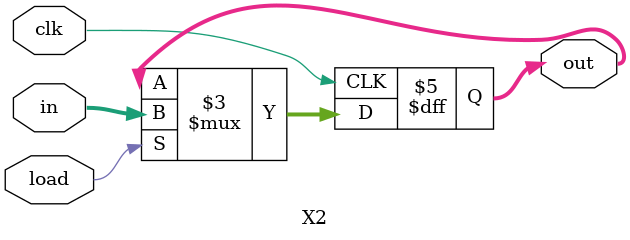
<source format=v>
module X2 #() (    
    input [15:0] in,
    input load,
    input clk,
    output reg [15:0] out
);
always @(posedge clk) begin
    if (load == 1)
        out <= in;
end
endmodule
</source>
